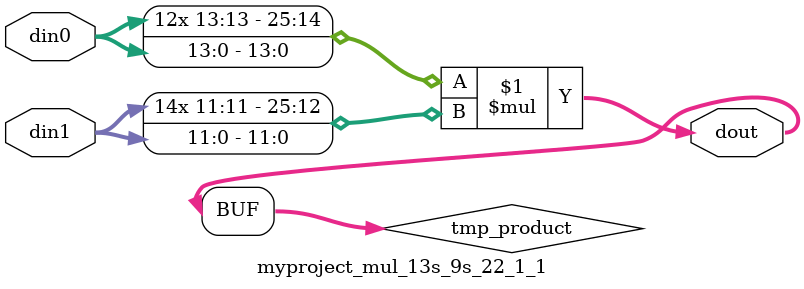
<source format=v>

`timescale 1 ns / 1 ps

 module myproject_mul_13s_9s_22_1_1(din0, din1, dout);
parameter ID = 1;
parameter NUM_STAGE = 0;
parameter din0_WIDTH = 14;
parameter din1_WIDTH = 12;
parameter dout_WIDTH = 26;

input [din0_WIDTH - 1 : 0] din0; 
input [din1_WIDTH - 1 : 0] din1; 
output [dout_WIDTH - 1 : 0] dout;

wire signed [dout_WIDTH - 1 : 0] tmp_product;



























assign tmp_product = $signed(din0) * $signed(din1);








assign dout = tmp_product;





















endmodule

</source>
